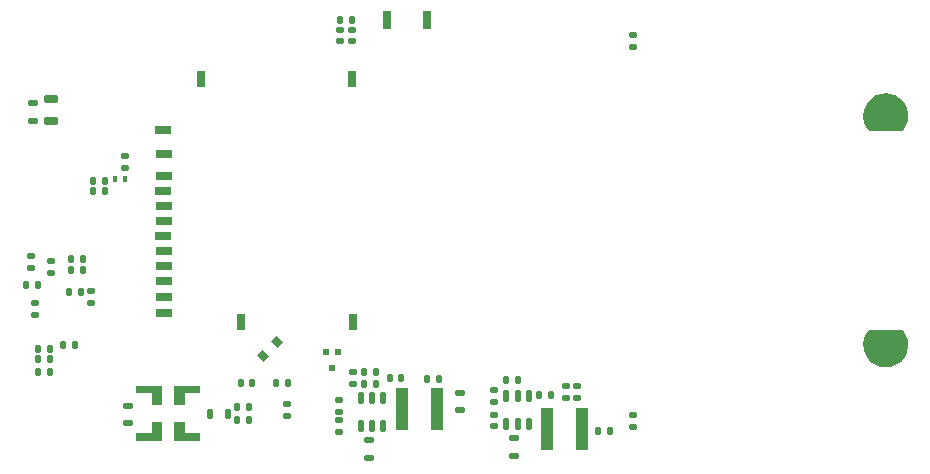
<source format=gtp>
G04*
G04 #@! TF.GenerationSoftware,Altium Limited,Altium Designer,22.2.1 (43)*
G04*
G04 Layer_Color=8421504*
%FSLAX44Y44*%
%MOMM*%
G71*
G04*
G04 #@! TF.SameCoordinates,32B94617-2C73-494B-87D1-3967A9C4A560*
G04*
G04*
G04 #@! TF.FilePolarity,Positive*
G04*
G01*
G75*
G04:AMPARAMS|DCode=18|XSize=0.6mm|YSize=0.5mm|CornerRadius=0.1mm|HoleSize=0mm|Usage=FLASHONLY|Rotation=0.000|XOffset=0mm|YOffset=0mm|HoleType=Round|Shape=RoundedRectangle|*
%AMROUNDEDRECTD18*
21,1,0.6000,0.3000,0,0,0.0*
21,1,0.4000,0.5000,0,0,0.0*
1,1,0.2000,0.2000,-0.1500*
1,1,0.2000,-0.2000,-0.1500*
1,1,0.2000,-0.2000,0.1500*
1,1,0.2000,0.2000,0.1500*
%
%ADD18ROUNDEDRECTD18*%
%ADD19R,0.8000X1.4000*%
%ADD20R,1.4000X0.8000*%
G04:AMPARAMS|DCode=21|XSize=0.6mm|YSize=0.5mm|CornerRadius=0.1mm|HoleSize=0mm|Usage=FLASHONLY|Rotation=90.000|XOffset=0mm|YOffset=0mm|HoleType=Round|Shape=RoundedRectangle|*
%AMROUNDEDRECTD21*
21,1,0.6000,0.3000,0,0,90.0*
21,1,0.4000,0.5000,0,0,90.0*
1,1,0.2000,0.1500,0.2000*
1,1,0.2000,0.1500,-0.2000*
1,1,0.2000,-0.1500,-0.2000*
1,1,0.2000,-0.1500,0.2000*
%
%ADD21ROUNDEDRECTD21*%
G04:AMPARAMS|DCode=22|XSize=1.2mm|YSize=0.6mm|CornerRadius=0.09mm|HoleSize=0mm|Usage=FLASHONLY|Rotation=0.000|XOffset=0mm|YOffset=0mm|HoleType=Round|Shape=RoundedRectangle|*
%AMROUNDEDRECTD22*
21,1,1.2000,0.4200,0,0,0.0*
21,1,1.0200,0.6000,0,0,0.0*
1,1,0.1800,0.5100,-0.2100*
1,1,0.1800,-0.5100,-0.2100*
1,1,0.1800,-0.5100,0.2100*
1,1,0.1800,0.5100,0.2100*
%
%ADD22ROUNDEDRECTD22*%
G04:AMPARAMS|DCode=23|XSize=0.8mm|YSize=0.5mm|CornerRadius=0.07mm|HoleSize=0mm|Usage=FLASHONLY|Rotation=180.000|XOffset=0mm|YOffset=0mm|HoleType=Round|Shape=RoundedRectangle|*
%AMROUNDEDRECTD23*
21,1,0.8000,0.3600,0,0,180.0*
21,1,0.6600,0.5000,0,0,180.0*
1,1,0.1400,-0.3300,0.1800*
1,1,0.1400,0.3300,0.1800*
1,1,0.1400,0.3300,-0.1800*
1,1,0.1400,-0.3300,-0.1800*
%
%ADD23ROUNDEDRECTD23*%
%ADD24R,1.0000X3.6000*%
%ADD25R,0.5001X0.6000*%
%ADD26R,0.8000X1.6000*%
G04:AMPARAMS|DCode=27|XSize=0.8mm|YSize=0.6mm|CornerRadius=0mm|HoleSize=0mm|Usage=FLASHONLY|Rotation=315.000|XOffset=0mm|YOffset=0mm|HoleType=Round|Shape=Rectangle|*
%AMROTATEDRECTD27*
4,1,4,-0.4950,0.0707,-0.0707,0.4950,0.4950,-0.0707,0.0707,-0.4950,-0.4950,0.0707,0.0*
%
%ADD27ROTATEDRECTD27*%

%ADD28R,0.3000X0.3000*%
G04:AMPARAMS|DCode=29|XSize=0.8mm|YSize=0.5mm|CornerRadius=0.07mm|HoleSize=0mm|Usage=FLASHONLY|Rotation=270.000|XOffset=0mm|YOffset=0mm|HoleType=Round|Shape=RoundedRectangle|*
%AMROUNDEDRECTD29*
21,1,0.8000,0.3600,0,0,270.0*
21,1,0.6600,0.5000,0,0,270.0*
1,1,0.1400,-0.1800,-0.3300*
1,1,0.1400,-0.1800,0.3300*
1,1,0.1400,0.1800,0.3300*
1,1,0.1400,0.1800,-0.3300*
%
%ADD29ROUNDEDRECTD29*%
G04:AMPARAMS|DCode=30|XSize=1mm|YSize=0.5mm|CornerRadius=0.0625mm|HoleSize=0mm|Usage=FLASHONLY|Rotation=270.000|XOffset=0mm|YOffset=0mm|HoleType=Round|Shape=RoundedRectangle|*
%AMROUNDEDRECTD30*
21,1,1.0000,0.3750,0,0,270.0*
21,1,0.8750,0.5000,0,0,270.0*
1,1,0.1250,-0.1875,-0.4375*
1,1,0.1250,-0.1875,0.4375*
1,1,0.1250,0.1875,0.4375*
1,1,0.1250,0.1875,-0.4375*
%
%ADD30ROUNDEDRECTD30*%
%ADD31R,0.4501X0.6000*%
G36*
X673989Y243275D02*
X675820Y242911D01*
X677607Y242369D01*
X679332Y241655D01*
X680979Y240774D01*
X682532Y239737D01*
X683975Y238553D01*
X684635Y237892D01*
X685282Y237246D01*
X686445Y235835D01*
X687467Y234318D01*
X688339Y232710D01*
X689052Y231026D01*
X689600Y229281D01*
X689978Y227492D01*
X690183Y225674D01*
X690212Y223846D01*
X690066Y222023D01*
X689744Y220222D01*
X689252Y218461D01*
X688593Y216755D01*
X687773Y215120D01*
X686799Y213572D01*
X685682Y212124D01*
X685056Y211457D01*
X657344Y211457D01*
X657344Y211457D01*
X656718Y212124D01*
X655601Y213571D01*
X654627Y215119D01*
X653807Y216754D01*
X653147Y218459D01*
X652655Y220220D01*
X652334Y222020D01*
X652187Y223843D01*
X652215Y225671D01*
X652420Y227488D01*
X652798Y229277D01*
X653345Y231022D01*
X654058Y232706D01*
X654930Y234313D01*
X655951Y235830D01*
X657114Y237241D01*
X657760Y237888D01*
X658420Y238548D01*
X659863Y239733D01*
X661415Y240771D01*
X663062Y241652D01*
X664787Y242367D01*
X666574Y242909D01*
X668405Y243274D01*
X670263Y243457D01*
X672130Y243458D01*
X673989Y243275D01*
D02*
G37*
G36*
X685682Y42791D02*
X686800Y41344D01*
X687773Y39796D01*
X688593Y38162D01*
X689253Y36456D01*
X689745Y34695D01*
X690067Y32895D01*
X690213Y31072D01*
X690185Y29244D01*
X689980Y27427D01*
X689603Y25638D01*
X689055Y23893D01*
X688342Y22210D01*
X687470Y20602D01*
X686449Y19086D01*
X685286Y17674D01*
X684640Y17027D01*
X683980Y16367D01*
X682537Y15182D01*
X680985Y14144D01*
X679338Y13263D01*
X677613Y12548D01*
X675827Y12006D01*
X673995Y11641D01*
X672137Y11458D01*
X670270Y11458D01*
X668412Y11640D01*
X666580Y12004D01*
X664793Y12546D01*
X663068Y13261D01*
X661421Y14141D01*
X659869Y15178D01*
X658425Y16363D01*
X657765Y17023D01*
X657119Y17669D01*
X655955Y19081D01*
X654933Y20597D01*
X654062Y22205D01*
X653348Y23889D01*
X652800Y25634D01*
X652422Y27423D01*
X652217Y29241D01*
X652188Y31069D01*
X652335Y32892D01*
X652656Y34693D01*
X653148Y36454D01*
X653807Y38160D01*
X654627Y39795D01*
X655601Y41343D01*
X656718Y42791D01*
X657344Y43458D01*
X685056D01*
X685682Y42791D01*
D02*
G37*
G36*
X90698Y-10540D02*
X78200D01*
X78102Y-10550D01*
X78008Y-10578D01*
X77921Y-10625D01*
X77845Y-10687D01*
X77782Y-10763D01*
X77736Y-10850D01*
X77707Y-10944D01*
X77698Y-11042D01*
Y-20540D01*
X68703D01*
Y-4545D01*
X90698D01*
Y-10540D01*
D02*
G37*
G36*
X58698Y-20540D02*
X49703D01*
Y-11042D01*
X49693Y-10944D01*
X49664Y-10850D01*
X49618Y-10763D01*
X49555Y-10687D01*
X49479Y-10625D01*
X49392Y-10578D01*
X49298Y-10550D01*
X49200Y-10540D01*
X36702D01*
Y-4545D01*
X58698D01*
Y-20540D01*
D02*
G37*
G36*
X77698Y-44042D02*
X77707Y-44141D01*
X77736Y-44235D01*
X77782Y-44322D01*
X77845Y-44398D01*
X77921Y-44460D01*
X78008Y-44507D01*
X78102Y-44535D01*
X78200Y-44545D01*
X90698D01*
Y-50540D01*
X68703D01*
Y-34545D01*
X77698D01*
Y-44042D01*
D02*
G37*
G36*
X58698Y-50540D02*
X36702D01*
Y-44545D01*
X49200D01*
X49298Y-44535D01*
X49392Y-44507D01*
X49479Y-44460D01*
X49555Y-44398D01*
X49618Y-44322D01*
X49664Y-44235D01*
X49693Y-44141D01*
X49703Y-44042D01*
Y-34545D01*
X58698D01*
Y-50540D01*
D02*
G37*
D18*
X164390Y-19542D02*
D03*
Y-29542D02*
D03*
X339090Y-38542D02*
D03*
Y-28542D02*
D03*
X-49000Y66000D02*
D03*
Y56000D02*
D03*
X-52809Y95493D02*
D03*
Y105493D02*
D03*
X-1460Y75668D02*
D03*
Y65668D02*
D03*
X-35916Y91149D02*
D03*
Y101149D02*
D03*
X208420Y-26010D02*
D03*
Y-16010D02*
D03*
Y-33174D02*
D03*
X457013Y-38920D02*
D03*
X208922Y287401D02*
D03*
Y297401D02*
D03*
X218922Y287401D02*
D03*
Y297401D02*
D03*
X208420Y-43174D02*
D03*
X219776Y-2570D02*
D03*
Y7430D02*
D03*
X400451Y-14652D02*
D03*
Y-4652D02*
D03*
X339090Y-17542D02*
D03*
Y-7542D02*
D03*
X410025Y-14652D02*
D03*
Y-4652D02*
D03*
X27392Y180128D02*
D03*
Y190128D02*
D03*
X457013Y-28920D02*
D03*
X457410Y293078D02*
D03*
Y283078D02*
D03*
D19*
X219780Y49795D02*
D03*
X219530Y255585D02*
D03*
X125070Y49475D02*
D03*
X91249Y255565D02*
D03*
D20*
X59930Y109955D02*
D03*
X59930Y192365D02*
D03*
X59781Y57387D02*
D03*
X59440Y212535D02*
D03*
X59731Y70667D02*
D03*
X59630Y122705D02*
D03*
X59720Y135395D02*
D03*
X59720Y148085D02*
D03*
X59630Y160825D02*
D03*
X59930Y173575D02*
D03*
X59850Y84545D02*
D03*
X59750Y97255D02*
D03*
D21*
X-15407Y30506D02*
D03*
X-25407D02*
D03*
X-46630Y81106D02*
D03*
X-56630D02*
D03*
X134890Y-2122D02*
D03*
X124890D02*
D03*
X154890D02*
D03*
X164890D02*
D03*
X-8725Y94147D02*
D03*
X-18725D02*
D03*
X132310Y-32731D02*
D03*
X122310D02*
D03*
X239182Y7219D02*
D03*
X293000Y1858D02*
D03*
X239182Y-2531D02*
D03*
X208922Y305410D02*
D03*
X218922D02*
D03*
X-18725Y103023D02*
D03*
X-8725D02*
D03*
X-36504Y7864D02*
D03*
X-46504D02*
D03*
X-46343Y26856D02*
D03*
X-36343D02*
D03*
X132015Y-22284D02*
D03*
X122015D02*
D03*
X229182Y-2531D02*
D03*
X427382Y-42758D02*
D03*
X437381D02*
D03*
X283000Y1858D02*
D03*
X387800Y-12102D02*
D03*
X377800D02*
D03*
X229182Y7219D02*
D03*
X261185Y2430D02*
D03*
X251185D02*
D03*
X290Y169628D02*
D03*
X10290D02*
D03*
X-46343Y18833D02*
D03*
X-36343D02*
D03*
X290Y160826D02*
D03*
X10290D02*
D03*
X349574Y692D02*
D03*
X359574D02*
D03*
X-20407Y75283D02*
D03*
X-10407D02*
D03*
D22*
X-35629Y219993D02*
D03*
Y238993D02*
D03*
D23*
X310681Y-25042D02*
D03*
X29598Y-36100D02*
D03*
Y-21100D02*
D03*
X-50782Y219837D02*
D03*
Y234837D02*
D03*
X233616Y-49907D02*
D03*
Y-64908D02*
D03*
X356787Y-63542D02*
D03*
Y-48542D02*
D03*
X310681Y-10042D02*
D03*
D24*
X291600Y-23842D02*
D03*
X261600D02*
D03*
X414100Y-40442D02*
D03*
X384100D02*
D03*
D25*
X202275Y11299D02*
D03*
X197274Y24299D02*
D03*
X207276D02*
D03*
D26*
X248630Y305408D02*
D03*
X282630D02*
D03*
D27*
X155897Y32979D02*
D03*
X143876Y20958D02*
D03*
D28*
X49200Y-7543D02*
D03*
X78200D02*
D03*
Y-47543D02*
D03*
X49200D02*
D03*
D29*
X98960Y-28086D02*
D03*
X113960D02*
D03*
D30*
X226510Y-38174D02*
D03*
X236010D02*
D03*
X245510D02*
D03*
X226510Y-14174D02*
D03*
X236010D02*
D03*
X245510D02*
D03*
X369000Y-12542D02*
D03*
X359500D02*
D03*
X350000D02*
D03*
X369000Y-36542D02*
D03*
X359500D02*
D03*
X350000D02*
D03*
D31*
X27067Y171169D02*
D03*
X18569D02*
D03*
M02*

</source>
